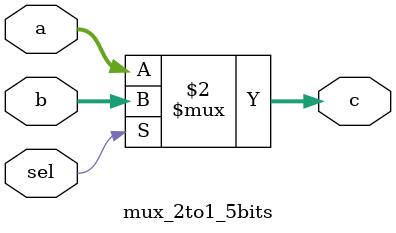
<source format=v>
module mux_2to1_5bits(c,a,b,sel);
	input [4:0]a;
	input [4:0]b;
	input sel;
	output [4:0]c;
	assign c = (sel==0)?a:b;
endmodule
</source>
